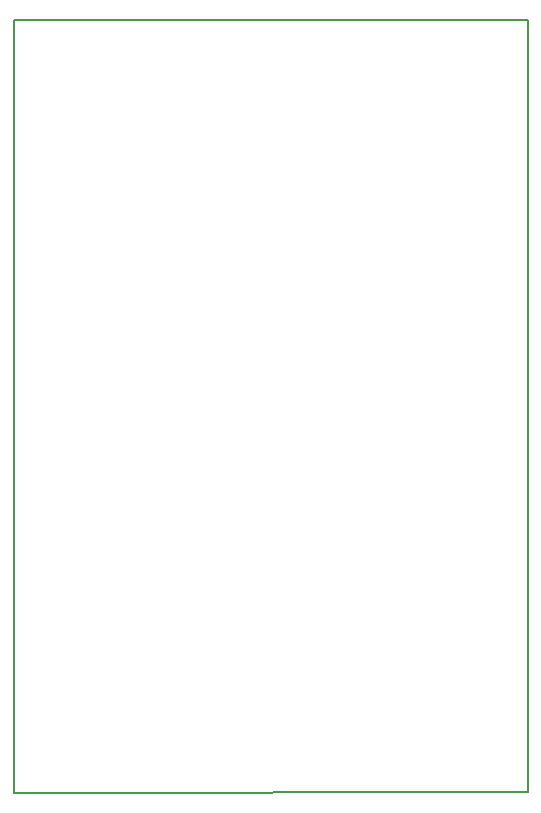
<source format=gbr>
G04 #@! TF.FileFunction,Profile,NP*
%FSLAX46Y46*%
G04 Gerber Fmt 4.6, Leading zero omitted, Abs format (unit mm)*
G04 Created by KiCad (PCBNEW 4.0.2-stable) date 7/5/2016 2:11:45 AM*
%MOMM*%
G01*
G04 APERTURE LIST*
%ADD10C,0.100000*%
%ADD11C,0.150000*%
G04 APERTURE END LIST*
D10*
D11*
X105653840Y-106568240D02*
X105653840Y-41173400D01*
X149179280Y-106537760D02*
X105653840Y-106578400D01*
X149179294Y-41173400D02*
X105653833Y-41173400D01*
X149179294Y-41173400D02*
X149179294Y-106553000D01*
M02*

</source>
